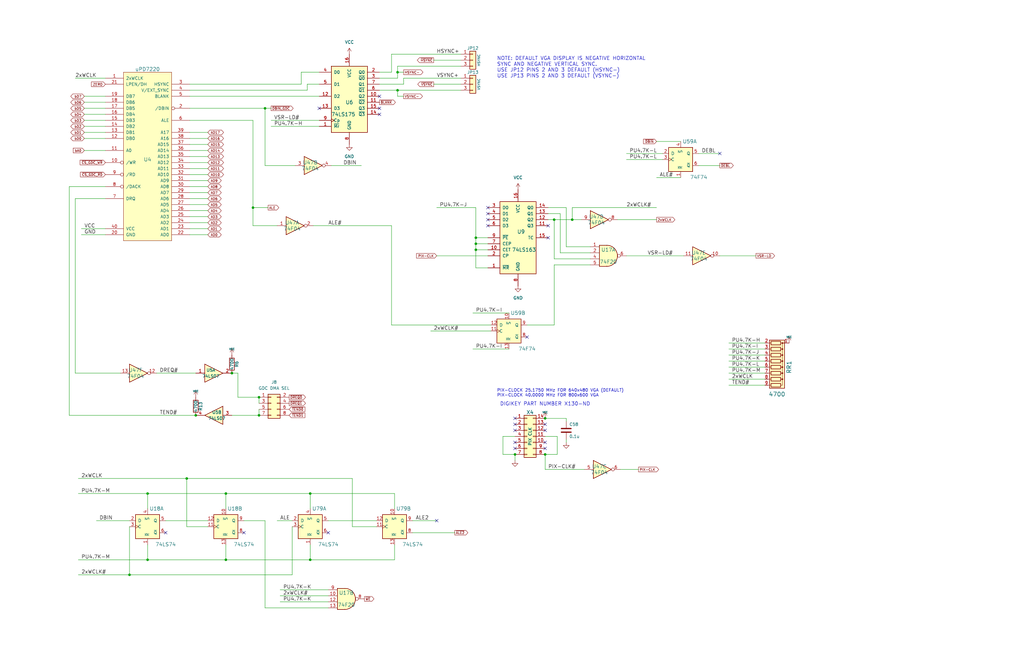
<source format=kicad_sch>
(kicad_sch (version 20211123) (generator eeschema)
  (paper "B")
  (lib_symbols
    (symbol "74xx:74LS04"
      (property "Reference" "U" (at 0 1.27 0))
      (property "Value" "74LS04" (at 0 -1.27 0))
      (symbol "74LS04_1_0"
        (pin input line (at -7.62 0 0) (length 3.81) (name "~") (number "1"))
        (pin output inverted (at 7.62 0 180) (length 3.81) (name "~") (number "2"))
      )
      (symbol "74LS04_2_0"
        (pin input line (at -7.62 0 0) (length 3.81) (name "~") (number "3"))
        (pin output inverted (at 7.62 0 180) (length 3.81) (name "~") (number "4"))
      )
      (symbol "74LS04_3_0"
        (pin input line (at -7.62 0 0) (length 3.81) (name "~") (number "5"))
        (pin output inverted (at 7.62 0 180) (length 3.81) (name "~") (number "6"))
      )
      (symbol "74LS04_4_0"
        (pin output inverted (at 7.62 0 180) (length 3.81) (name "~") (number "8"))
        (pin input line (at -7.62 0 0) (length 3.81) (name "~") (number "9"))
      )
      (symbol "74LS04_5_0"
        (pin output inverted (at 7.62 0 180) (length 3.81) (name "~") (number "10"))
        (pin input line (at -7.62 0 0) (length 3.81) (name "~") (number "11"))
      )
      (symbol "74LS04_6_0"
        (pin output inverted (at 7.62 0 180) (length 3.81) (name "~") (number "12"))
        (pin input line (at -7.62 0 0) (length 3.81) (name "~") (number "13"))
      )
      (symbol "74LS04_7_0"
        (pin power_in line (at 0 12.7 270) (length 5.08) (name "VCC") (number "14"))
        (pin power_in line (at 0 -12.7 90) (length 5.08) (name "GND") (number "7"))
      )
    )
    (symbol "74xx:74LS07" (pin_names (offset 1.016))
      (property "Reference" "U" (at 0 1.27 0))
      (property "Value" "74LS07" (at 0 -1.27 0))
      (symbol "74LS07_1_0"
        (pin input line (at -7.62 0 0) (length 3.81) (name "~") (number "1"))
        (pin open_collector line (at 7.62 0 180) (length 3.81) (name "~") (number "2"))
      )
      (symbol "74LS07_2_0"
        (pin input line (at -7.62 0 0) (length 3.81) (name "~") (number "3"))
        (pin open_collector line (at 7.62 0 180) (length 3.81) (name "~") (number "4"))
      )
      (symbol "74LS07_3_0"
        (pin input line (at -7.62 0 0) (length 3.81) (name "~") (number "5"))
        (pin open_collector line (at 7.62 0 180) (length 3.81) (name "~") (number "6"))
      )
      (symbol "74LS07_4_0"
        (pin open_collector line (at 7.62 0 180) (length 3.81) (name "~") (number "8"))
        (pin input line (at -7.62 0 0) (length 3.81) (name "~") (number "9"))
      )
      (symbol "74LS07_5_0"
        (pin open_collector line (at 7.62 0 180) (length 3.81) (name "~") (number "10"))
        (pin input line (at -7.62 0 0) (length 3.81) (name "~") (number "11"))
      )
      (symbol "74LS07_6_0"
        (pin open_collector line (at 7.62 0 180) (length 3.81) (name "~") (number "12"))
        (pin input line (at -7.62 0 0) (length 3.81) (name "~") (number "13"))
      )
      (symbol "74LS07_7_0"
        (pin power_in line (at 0 12.7 270) (length 5.08) (name "VCC") (number "14"))
        (pin power_in line (at 0 -12.7 90) (length 5.08) (name "GND") (number "7"))
      )
    )
    (symbol "74xx:74LS163" (pin_names (offset 1.016))
      (property "Reference" "U" (at -7.62 16.51 0))
      (property "Value" "74LS163" (at -7.62 -16.51 0))
      (symbol "74LS163_1_0"
        (pin input line (at -12.7 -12.7 0) (length 5.08) (name "~{MR}") (number "1"))
        (pin input line (at -12.7 -5.08 0) (length 5.08) (name "CET") (number "10"))
        (pin output line (at 12.7 5.08 180) (length 5.08) (name "Q3") (number "11"))
        (pin output line (at 12.7 7.62 180) (length 5.08) (name "Q2") (number "12"))
        (pin output line (at 12.7 10.16 180) (length 5.08) (name "Q1") (number "13"))
        (pin output line (at 12.7 12.7 180) (length 5.08) (name "Q0") (number "14"))
        (pin output line (at 12.7 0 180) (length 5.08) (name "TC") (number "15"))
        (pin power_in line (at 0 20.32 270) (length 5.08) (name "VCC") (number "16"))
        (pin input line (at -12.7 -7.62 0) (length 5.08) (name "CP") (number "2"))
        (pin input line (at -12.7 12.7 0) (length 5.08) (name "D0") (number "3"))
        (pin input line (at -12.7 10.16 0) (length 5.08) (name "D1") (number "4"))
        (pin input line (at -12.7 7.62 0) (length 5.08) (name "D2") (number "5"))
        (pin input line (at -12.7 5.08 0) (length 5.08) (name "D3") (number "6"))
        (pin input line (at -12.7 -2.54 0) (length 5.08) (name "CEP") (number "7"))
        (pin power_in line (at 0 -20.32 90) (length 5.08) (name "GND") (number "8"))
        (pin input line (at -12.7 0 0) (length 5.08) (name "~{PE}") (number "9"))
      )
    )
    (symbol "74xx:74LS175" (pin_names (offset 1.016))
      (property "Reference" "U" (at -7.62 13.97 0))
      (property "Value" "74LS175" (at -7.62 -16.51 0))
      (symbol "74LS175_1_0"
        (pin input line (at -12.7 -12.7 0) (length 5.08) (name "~{Mr}") (number "1"))
        (pin output line (at 12.7 0 180) (length 5.08) (name "Q2") (number "10"))
        (pin output line (at 12.7 -2.54 180) (length 5.08) (name "~{Q2}") (number "11"))
        (pin input line (at -12.7 0 0) (length 5.08) (name "D2") (number "12"))
        (pin input line (at -12.7 -5.08 0) (length 5.08) (name "D3") (number "13"))
        (pin output line (at 12.7 -7.62 180) (length 5.08) (name "~{Q3}") (number "14"))
        (pin output line (at 12.7 -5.08 180) (length 5.08) (name "Q3") (number "15"))
        (pin power_in line (at 0 17.78 270) (length 5.08) (name "VCC") (number "16"))
        (pin output line (at 12.7 10.16 180) (length 5.08) (name "Q0") (number "2"))
        (pin output line (at 12.7 7.62 180) (length 5.08) (name "~{Q0}") (number "3"))
        (pin input line (at -12.7 10.16 0) (length 5.08) (name "D0") (number "4"))
        (pin input line (at -12.7 5.08 0) (length 5.08) (name "D1") (number "5"))
        (pin output line (at 12.7 2.54 180) (length 5.08) (name "~{Q1}") (number "6"))
        (pin output line (at 12.7 5.08 180) (length 5.08) (name "Q1") (number "7"))
        (pin power_in line (at 0 -20.32 90) (length 5.08) (name "GND") (number "8"))
        (pin input clock (at -12.7 -10.16 0) (length 5.08) (name "Cp") (number "9"))
      )
    )
    (symbol "74xx:74LS20" (pin_names (offset 1.016))
      (property "Reference" "U" (at 0 1.27 0))
      (property "Value" "74LS20" (at 0 -1.27 0))
      (symbol "74LS20_1_1"
        (pin input line (at -7.62 3.81 0) (length 3.81) (name "~") (number "1"))
        (pin input line (at -7.62 1.27 0) (length 3.81) (name "~") (number "2"))
        (pin input line (at -7.62 -1.27 0) (length 3.81) (name "~") (number "4"))
        (pin input line (at -7.62 -3.81 0) (length 3.81) (name "~") (number "5"))
        (pin output inverted (at 7.62 0 180) (length 3.81) (name "~") (number "6"))
      )
      (symbol "74LS20_1_2"
        (pin input inverted (at -7.62 3.81 0) (length 3.81) (name "~") (number "1"))
        (pin input inverted (at -7.62 1.27 0) (length 4.826) (name "~") (number "2"))
        (pin input inverted (at -7.62 -1.27 0) (length 4.826) (name "~") (number "4"))
        (pin input inverted (at -7.62 -3.81 0) (length 3.81) (name "~") (number "5"))
        (pin output line (at 7.62 0 180) (length 3.81) (name "~") (number "6"))
      )
      (symbol "74LS20_2_1"
        (pin input line (at -7.62 1.27 0) (length 3.81) (name "~") (number "10"))
        (pin input line (at -7.62 -1.27 0) (length 3.81) (name "~") (number "12"))
        (pin input line (at -7.62 -3.81 0) (length 3.81) (name "~") (number "13"))
        (pin output inverted (at 7.62 0 180) (length 3.81) (name "~") (number "8"))
        (pin input line (at -7.62 3.81 0) (length 3.81) (name "~") (number "9"))
      )
      (symbol "74LS20_2_2"
        (pin input inverted (at -7.62 1.27 0) (length 4.826) (name "~") (number "10"))
        (pin input inverted (at -7.62 -1.27 0) (length 4.826) (name "~") (number "12"))
        (pin input inverted (at -7.62 -3.81 0) (length 3.81) (name "~") (number "13"))
        (pin output line (at 7.62 0 180) (length 3.81) (name "~") (number "8"))
        (pin input inverted (at -7.62 3.81 0) (length 3.81) (name "~") (number "9"))
      )
      (symbol "74LS20_3_0"
        (pin power_in line (at 0 12.7 270) (length 5.08) (name "VCC") (number "14"))
        (pin power_in line (at 0 -12.7 90) (length 5.08) (name "GND") (number "7"))
      )
    )
    (symbol "74xx:74LS74" (pin_names (offset 1.016))
      (property "Reference" "U" (at -7.62 8.89 0))
      (property "Value" "74LS74" (at -7.62 -8.89 0))
      (symbol "74LS74_1_0"
        (pin input line (at 0 -7.62 90) (length 2.54) (name "~{R}") (number "1"))
        (pin input line (at -7.62 2.54 0) (length 2.54) (name "D") (number "2"))
        (pin input clock (at -7.62 0 0) (length 2.54) (name "C") (number "3"))
        (pin input line (at 0 7.62 270) (length 2.54) (name "~{S}") (number "4"))
        (pin output line (at 7.62 2.54 180) (length 2.54) (name "Q") (number "5"))
        (pin output line (at 7.62 -2.54 180) (length 2.54) (name "~{Q}") (number "6"))
      )
      (symbol "74LS74_2_0"
        (pin input line (at 0 7.62 270) (length 2.54) (name "~{S}") (number "10"))
        (pin input clock (at -7.62 0 0) (length 2.54) (name "C") (number "11"))
        (pin input line (at -7.62 2.54 0) (length 2.54) (name "D") (number "12"))
        (pin input line (at 0 -7.62 90) (length 2.54) (name "~{R}") (number "13"))
        (pin output line (at 7.62 -2.54 180) (length 2.54) (name "~{Q}") (number "8"))
        (pin output line (at 7.62 2.54 180) (length 2.54) (name "Q") (number "9"))
      )
      (symbol "74LS74_3_0"
        (pin power_in line (at 0 10.16 270) (length 2.54) (name "VCC") (number "14"))
        (pin power_in line (at 0 -10.16 90) (length 2.54) (name "GND") (number "7"))
      )
    )
    (symbol "Connector_Generic:Conn_01x03" (pin_names (offset 1.016) hide)
      (property "Reference" "J" (at 0 5.08 0))
      (property "Value" "Conn_01x03" (at 0 -5.08 0))
      (symbol "Conn_01x03_1_1"
        (pin passive line (at -5.08 2.54 0) (length 3.81) (name "Pin_1") (number "1"))
        (pin passive line (at -5.08 0 0) (length 3.81) (name "Pin_2") (number "2"))
        (pin passive line (at -5.08 -2.54 0) (length 3.81) (name "Pin_3") (number "3"))
      )
    )
    (symbol "Connector_Generic:Conn_02x04_Odd_Even" (pin_names (offset 1.016) hide)
      (property "Reference" "J" (at 1.27 5.08 0))
      (property "Value" "Conn_02x04_Odd_Even" (at 1.27 -7.62 0))
      (symbol "Conn_02x04_Odd_Even_1_1"
        (pin passive line (at -5.08 2.54 0) (length 3.81) (name "Pin_1") (number "1"))
        (pin passive line (at 7.62 2.54 180) (length 3.81) (name "Pin_2") (number "2"))
        (pin passive line (at -5.08 0 0) (length 3.81) (name "Pin_3") (number "3"))
        (pin passive line (at 7.62 0 180) (length 3.81) (name "Pin_4") (number "4"))
        (pin passive line (at -5.08 -2.54 0) (length 3.81) (name "Pin_5") (number "5"))
        (pin passive line (at 7.62 -2.54 180) (length 3.81) (name "Pin_6") (number "6"))
        (pin passive line (at -5.08 -5.08 0) (length 3.81) (name "Pin_7") (number "7"))
        (pin passive line (at 7.62 -5.08 180) (length 3.81) (name "Pin_8") (number "8"))
      )
    )
    (symbol "Connector_Generic:Conn_02x07_Counter_Clockwise" (pin_names (offset 1.016) hide)
      (property "Reference" "J" (at 1.27 10.16 0))
      (property "Value" "Conn_02x07_Counter_Clockwise" (at 1.27 -10.16 0))
      (symbol "Conn_02x07_Counter_Clockwise_1_1"
        (pin passive line (at -5.08 7.62 0) (length 3.81) (name "Pin_1") (number "1"))
        (pin passive line (at 7.62 -2.54 180) (length 3.81) (name "Pin_10") (number "10"))
        (pin passive line (at 7.62 0 180) (length 3.81) (name "Pin_11") (number "11"))
        (pin passive line (at 7.62 2.54 180) (length 3.81) (name "Pin_12") (number "12"))
        (pin passive line (at 7.62 5.08 180) (length 3.81) (name "Pin_13") (number "13"))
        (pin passive line (at 7.62 7.62 180) (length 3.81) (name "Pin_14") (number "14"))
        (pin passive line (at -5.08 5.08 0) (length 3.81) (name "Pin_2") (number "2"))
        (pin passive line (at -5.08 2.54 0) (length 3.81) (name "Pin_3") (number "3"))
        (pin passive line (at -5.08 0 0) (length 3.81) (name "Pin_4") (number "4"))
        (pin passive line (at -5.08 -2.54 0) (length 3.81) (name "Pin_5") (number "5"))
        (pin passive line (at -5.08 -5.08 0) (length 3.81) (name "Pin_6") (number "6"))
        (pin passive line (at -5.08 -7.62 0) (length 3.81) (name "Pin_7") (number "7"))
        (pin passive line (at 7.62 -7.62 180) (length 3.81) (name "Pin_8") (number "8"))
        (pin passive line (at 7.62 -5.08 180) (length 3.81) (name "Pin_9") (number "9"))
      )
    )
    (symbol "Device:C" (pin_numbers hide) (pin_names (offset 0.254))
      (property "Reference" "C" (at 0.635 2.54 0))
      (property "Value" "C" (at 0.635 -2.54 0))
      (symbol "C_1_1"
        (pin passive line (at 0 3.81 270) (length 2.794) (name "~") (number "1"))
        (pin passive line (at 0 -3.81 90) (length 2.794) (name "~") (number "2"))
      )
    )
    (symbol "Device:R" (pin_numbers hide) (pin_names (offset 0))
      (property "Reference" "R" (at 2.032 0 90))
      (property "Value" "R" (at 0 0 90))
      (symbol "R_1_1"
        (pin passive line (at 0 3.81 270) (length 1.27) (name "~") (number "1"))
        (pin passive line (at 0 -3.81 90) (length 1.27) (name "~") (number "2"))
      )
    )
    (symbol "Device:R_Network08" (pin_names (offset 0) hide)
      (property "Reference" "RN" (at -12.7 0 90))
      (property "Value" "R_Network08" (at 10.16 0 90))
      (symbol "R_Network08_1_1"
        (pin passive line (at -10.16 5.08 270) (length 2.54) (name "common") (number "1"))
        (pin passive line (at -10.16 -5.08 90) (length 1.27) (name "R1") (number "2"))
        (pin passive line (at -7.62 -5.08 90) (length 1.27) (name "R2") (number "3"))
        (pin passive line (at -5.08 -5.08 90) (length 1.27) (name "R3") (number "4"))
        (pin passive line (at -2.54 -5.08 90) (length 1.27) (name "R4") (number "5"))
        (pin passive line (at 0 -5.08 90) (length 1.27) (name "R5") (number "6"))
        (pin passive line (at 2.54 -5.08 90) (length 1.27) (name "R6") (number "7"))
        (pin passive line (at 5.08 -5.08 90) (length 1.27) (name "R7") (number "8"))
        (pin passive line (at 7.62 -5.08 90) (length 1.27) (name "R8") (number "9"))
      )
    )
    (symbol "power:GND" (power) (pin_names (offset 0))
      (property "Value" "GND" (at 0 -3.81 0))
      (symbol "GND_1_1"
        (pin power_in line (at 0 0 270) (length 0) hide (name "GND") (number "1"))
      )
    )
    (symbol "power:VCC" (power) (pin_names (offset 0))
      (property "Value" "VCC" (at 0 3.81 0))
      (symbol "VCC_1_1"
        (pin power_in line (at 0 0 90) (length 0) hide (name "VCC") (number "1"))
      )
    )
    (symbol "uPD7220:UPD7220" (pin_names (offset 1.016))
      (property "Reference" "U?" (at 0 -10.16 0))
      (property "Value" "UPD7220" (at 0 27.94 0))
      (symbol "UPD7220_1_1"
        (pin input line (at -17.78 24.13 0) (length 7.62) (name "2xWCLK") (number "1"))
        (pin input inverted (at -17.78 -11.43 0) (length 7.62) (name "/WR") (number "10"))
        (pin input line (at -17.78 -6.35 0) (length 7.62) (name "A0") (number "11"))
        (pin bidirectional line (at -17.78 -1.27 0) (length 7.62) (name "DB0") (number "12"))
        (pin bidirectional line (at -17.78 1.27 0) (length 7.62) (name "DB1") (number "13"))
        (pin bidirectional line (at -17.78 3.81 0) (length 7.62) (name "DB2") (number "14"))
        (pin bidirectional line (at -17.78 6.35 0) (length 7.62) (name "DB3") (number "15"))
        (pin bidirectional line (at -17.78 8.89 0) (length 7.62) (name "DB4") (number "16"))
        (pin bidirectional line (at -17.78 11.43 0) (length 7.62) (name "DB5") (number "17"))
        (pin bidirectional line (at -17.78 13.97 0) (length 7.62) (name "DB6") (number "18"))
        (pin bidirectional line (at -17.78 16.51 0) (length 7.62) (name "DB7") (number "19"))
        (pin output inverted (at 17.78 11.43 180) (length 7.62) (name "/DBIN") (number "2"))
        (pin power_in line (at -17.78 -41.91 0) (length 7.62) (name "GND") (number "20"))
        (pin input line (at -17.78 21.59 0) (length 7.62) (name "LPEN/DH") (number "21"))
        (pin bidirectional line (at 17.78 -41.91 180) (length 7.62) (name "AD0") (number "22"))
        (pin bidirectional line (at 17.78 -39.37 180) (length 7.62) (name "AD1") (number "23"))
        (pin bidirectional line (at 17.78 -36.83 180) (length 7.62) (name "AD2") (number "24"))
        (pin bidirectional line (at 17.78 -34.29 180) (length 7.62) (name "AD3") (number "25"))
        (pin bidirectional line (at 17.78 -31.75 180) (length 7.62) (name "AD4") (number "26"))
        (pin bidirectional line (at 17.78 -29.21 180) (length 7.62) (name "AD5") (number "27"))
        (pin bidirectional line (at 17.78 -26.67 180) (length 7.62) (name "AD6") (number "28"))
        (pin bidirectional line (at 17.78 -24.13 180) (length 7.62) (name "AD7") (number "29"))
        (pin output line (at 17.78 21.59 180) (length 7.62) (name "HSYNC") (number "3"))
        (pin bidirectional line (at 17.78 -21.59 180) (length 7.62) (name "AD8") (number "30"))
        (pin bidirectional line (at 17.78 -19.05 180) (length 7.62) (name "AD9") (number "31"))
        (pin bidirectional line (at 17.78 -16.51 180) (length 7.62) (name "AD10") (number "32"))
        (pin bidirectional line (at 17.78 -13.97 180) (length 7.62) (name "AD11") (number "33"))
        (pin bidirectional line (at 17.78 -11.43 180) (length 7.62) (name "AD12") (number "34"))
        (pin bidirectional line (at 17.78 -8.89 180) (length 7.62) (name "AD13") (number "35"))
        (pin bidirectional line (at 17.78 -6.35 180) (length 7.62) (name "AD14") (number "36"))
        (pin bidirectional line (at 17.78 -3.81 180) (length 7.62) (name "AD15") (number "37"))
        (pin output line (at 17.78 -1.27 180) (length 7.62) (name "A16") (number "38"))
        (pin output line (at 17.78 1.27 180) (length 7.62) (name "A17") (number "39"))
        (pin output line (at 17.78 19.05 180) (length 7.62) (name "V/EXT_SYNC") (number "4"))
        (pin power_in line (at -17.78 -39.37 0) (length 7.62) (name "VCC") (number "40"))
        (pin output line (at 17.78 16.51 180) (length 7.62) (name "BLANK") (number "5"))
        (pin output line (at 17.78 6.35 180) (length 7.62) (name "ALE") (number "6"))
        (pin output line (at -17.78 -26.67 0) (length 7.62) (name "DRQ") (number "7"))
        (pin input inverted (at -17.78 -21.59 0) (length 7.62) (name "/DACK") (number "8"))
        (pin input inverted (at -17.78 -16.51 0) (length 7.62) (name "/RD") (number "9"))
      )
    )
  )
  (junction (at 109.22 167.64))
  (junction (at 200.66 102.87))
  (junction (at 111.76 45.72))
  (junction (at 62.23 236.22))
  (junction (at 217.17 191.77))
  (junction (at 241.3 92.71))
  (junction (at 167.64 30.48))
  (junction (at 54.61 242.57))
  (junction (at 130.81 208.28))
  (junction (at 229.87 176.53))
  (junction (at 62.23 208.28))
  (junction (at 97.79 157.48))
  (junction (at 95.25 236.22))
  (junction (at 233.68 92.71))
  (junction (at 78.74 201.93))
  (junction (at 109.22 175.26))
  (junction (at 82.55 175.26))
  (junction (at 130.81 236.22))
  (junction (at 106.68 87.63))
  (junction (at 167.64 38.1))
  (junction (at 229.87 191.77))
  (junction (at 200.66 100.33))
  (junction (at 200.66 105.41))
  (junction (at 95.25 208.28))
  (no_connect (at 231.14 95.25))
  (no_connect (at 205.74 87.63))
  (no_connect (at 217.17 189.23))
  (no_connect (at 229.87 179.07))
  (no_connect (at 229.87 181.61))
  (no_connect (at 205.74 92.71))
  (no_connect (at 229.87 186.69))
  (no_connect (at 160.02 48.26))
  (no_connect (at 205.74 90.17))
  (no_connect (at 102.87 224.79))
  (no_connect (at 217.17 179.07))
  (no_connect (at 184.15 219.71))
  (no_connect (at 217.17 176.53))
  (no_connect (at 229.87 189.23))
  (no_connect (at 138.43 224.79))
  (no_connect (at 303.53 64.77))
  (no_connect (at 217.17 186.69))
  (no_connect (at 231.14 100.33))
  (no_connect (at 160.02 40.64))
  (no_connect (at 160.02 45.72))
  (no_connect (at 217.17 181.61))
  (no_connect (at 134.62 45.72))
  (no_connect (at 205.74 95.25))
  (no_connect (at 222.25 142.24))
  (no_connect (at 69.85 224.79))
  (wire (pts (xy 80.01 66.04) (xy 87.63 66.04)))
  (wire (pts (xy 238.76 176.53) (xy 238.76 177.8)))
  (wire (pts (xy 205.74 105.41) (xy 200.66 105.41)))
  (wire (pts (xy 118.11 251.46) (xy 138.43 251.46)))
  (wire (pts (xy 31.75 33.02) (xy 44.45 33.02)))
  (wire (pts (xy 233.68 109.22) (xy 248.92 109.22)))
  (wire (pts (xy 80.01 40.64) (xy 134.62 40.64)))
  (wire (pts (xy 35.56 45.72) (xy 44.45 45.72)))
  (wire (pts (xy 238.76 104.14) (xy 248.92 104.14)))
  (wire (pts (xy 260.35 92.71) (xy 276.86 92.71)))
  (wire (pts (xy 238.76 87.63) (xy 238.76 104.14)))
  (wire (pts (xy 212.09 184.15) (xy 212.09 191.77)))
  (wire (pts (xy 307.34 149.86) (xy 322.58 149.86)))
  (wire (pts (xy 287.02 74.93) (xy 276.86 74.93)))
  (wire (pts (xy 130.81 208.28) (xy 130.81 214.63)))
  (wire (pts (xy 62.23 208.28) (xy 62.23 214.63)))
  (wire (pts (xy 80.01 35.56) (xy 127 35.56)))
  (wire (pts (xy 127 30.48) (xy 134.62 30.48)))
  (wire (pts (xy 139.7 69.85) (xy 152.4 69.85)))
  (wire (pts (xy 78.74 222.25) (xy 78.74 201.93)))
  (wire (pts (xy 100.33 167.64) (xy 109.22 167.64)))
  (wire (pts (xy 100.33 157.48) (xy 100.33 167.64)))
  (wire (pts (xy 80.01 71.12) (xy 87.63 71.12)))
  (wire (pts (xy 106.68 95.25) (xy 116.84 95.25)))
  (wire (pts (xy 166.37 208.28) (xy 166.37 214.63)))
  (wire (pts (xy 165.1 22.86) (xy 165.1 30.48)))
  (wire (pts (xy 80.01 73.66) (xy 87.63 73.66)))
  (wire (pts (xy 80.01 55.88) (xy 87.63 55.88)))
  (wire (pts (xy 217.17 194.31) (xy 217.17 191.77)))
  (wire (pts (xy 44.45 63.5) (xy 35.56 63.5)))
  (wire (pts (xy 307.34 154.94) (xy 322.58 154.94)))
  (wire (pts (xy 233.68 92.71) (xy 231.14 92.71)))
  (wire (pts (xy 111.76 69.85) (xy 124.46 69.85)))
  (wire (pts (xy 35.56 55.88) (xy 44.45 55.88)))
  (wire (pts (xy 212.09 191.77) (xy 217.17 191.77)))
  (wire (pts (xy 114.3 53.34) (xy 134.62 53.34)))
  (wire (pts (xy 234.95 191.77) (xy 229.87 191.77)))
  (wire (pts (xy 167.64 38.1) (xy 167.64 40.64)))
  (wire (pts (xy 132.08 95.25) (xy 165.1 95.25)))
  (wire (pts (xy 33.02 236.22) (xy 62.23 236.22)))
  (wire (pts (xy 200.66 102.87) (xy 200.66 100.33)))
  (wire (pts (xy 307.34 157.48) (xy 322.58 157.48)))
  (wire (pts (xy 95.25 208.28) (xy 130.81 208.28)))
  (wire (pts (xy 222.25 137.16) (xy 233.68 137.16)))
  (wire (pts (xy 200.66 102.87) (xy 205.74 102.87)))
  (wire (pts (xy 35.56 48.26) (xy 44.45 48.26)))
  (wire (pts (xy 160.02 35.56) (xy 170.18 35.56)))
  (wire (pts (xy 106.68 87.63) (xy 106.68 50.8)))
  (wire (pts (xy 80.01 88.9) (xy 87.63 88.9)))
  (wire (pts (xy 287.02 59.69) (xy 276.86 59.69)))
  (wire (pts (xy 95.25 229.87) (xy 95.25 236.22)))
  (wire (pts (xy 80.01 81.28) (xy 87.63 81.28)))
  (wire (pts (xy 78.74 222.25) (xy 87.63 222.25)))
  (wire (pts (xy 167.64 38.1) (xy 194.31 38.1)))
  (wire (pts (xy 130.81 208.28) (xy 166.37 208.28)))
  (wire (pts (xy 80.01 78.74) (xy 87.63 78.74)))
  (wire (pts (xy 80.01 93.98) (xy 87.63 93.98)))
  (wire (pts (xy 181.61 139.7) (xy 207.01 139.7)))
  (wire (pts (xy 241.3 92.71) (xy 233.68 92.71)))
  (wire (pts (xy 123.19 222.25) (xy 123.19 242.57)))
  (wire (pts (xy 69.85 219.71) (xy 87.63 219.71)))
  (wire (pts (xy 116.84 219.71) (xy 123.19 219.71)))
  (wire (pts (xy 200.66 105.41) (xy 200.66 102.87)))
  (wire (pts (xy 35.56 43.18) (xy 44.45 43.18)))
  (wire (pts (xy 80.01 76.2) (xy 87.63 76.2)))
  (wire (pts (xy 40.64 219.71) (xy 54.61 219.71)))
  (wire (pts (xy 35.56 53.34) (xy 44.45 53.34)))
  (wire (pts (xy 62.23 236.22) (xy 95.25 236.22)))
  (wire (pts (xy 307.34 162.56) (xy 322.58 162.56)))
  (wire (pts (xy 264.16 107.95) (xy 288.29 107.95)))
  (wire (pts (xy 80.01 68.58) (xy 87.63 68.58)))
  (wire (pts (xy 44.45 96.52) (xy 34.29 96.52)))
  (wire (pts (xy 236.22 90.17) (xy 236.22 106.68)))
  (wire (pts (xy 160.02 33.02) (xy 167.64 33.02)))
  (wire (pts (xy 264.16 67.31) (xy 279.4 67.31)))
  (wire (pts (xy 294.64 64.77) (xy 303.53 64.77)))
  (wire (pts (xy 29.21 78.74) (xy 44.45 78.74)))
  (wire (pts (xy 173.99 224.79) (xy 191.77 224.79)))
  (wire (pts (xy 95.25 208.28) (xy 95.25 214.63)))
  (wire (pts (xy 307.34 147.32) (xy 322.58 147.32)))
  (wire (pts (xy 113.03 87.63) (xy 106.68 87.63)))
  (wire (pts (xy 200.66 113.03) (xy 200.66 105.41)))
  (wire (pts (xy 184.15 219.71) (xy 173.99 219.71)))
  (wire (pts (xy 80.01 45.72) (xy 111.76 45.72)))
  (wire (pts (xy 54.61 242.57) (xy 123.19 242.57)))
  (wire (pts (xy 114.3 50.8) (xy 134.62 50.8)))
  (wire (pts (xy 111.76 45.72) (xy 114.3 45.72)))
  (wire (pts (xy 95.25 236.22) (xy 130.81 236.22)))
  (wire (pts (xy 54.61 242.57) (xy 33.02 242.57)))
  (wire (pts (xy 276.86 87.63) (xy 241.3 87.63)))
  (wire (pts (xy 111.76 256.54) (xy 138.43 256.54)))
  (wire (pts (xy 109.22 167.64) (xy 109.22 170.18)))
  (wire (pts (xy 66.04 157.48) (xy 82.55 157.48)))
  (wire (pts (xy 31.75 83.82) (xy 44.45 83.82)))
  (wire (pts (xy 205.74 107.95) (xy 184.15 107.95)))
  (wire (pts (xy 236.22 106.68) (xy 248.92 106.68)))
  (wire (pts (xy 167.64 27.94) (xy 194.31 27.94)))
  (wire (pts (xy 160.02 38.1) (xy 167.64 38.1)))
  (wire (pts (xy 97.79 157.48) (xy 100.33 157.48)))
  (wire (pts (xy 62.23 208.28) (xy 95.25 208.28)))
  (wire (pts (xy 167.64 40.64) (xy 170.18 40.64)))
  (wire (pts (xy 78.74 201.93) (xy 148.59 201.93)))
  (wire (pts (xy 127 35.56) (xy 127 30.48)))
  (wire (pts (xy 170.18 33.02) (xy 194.31 33.02)))
  (wire (pts (xy 138.43 219.71) (xy 158.75 219.71)))
  (wire (pts (xy 165.1 137.16) (xy 207.01 137.16)))
  (wire (pts (xy 44.45 99.06) (xy 34.29 99.06)))
  (wire (pts (xy 194.31 35.56) (xy 182.88 35.56)))
  (wire (pts (xy 111.76 45.72) (xy 111.76 69.85)))
  (wire (pts (xy 130.81 236.22) (xy 166.37 236.22)))
  (wire (pts (xy 231.14 90.17) (xy 236.22 90.17)))
  (wire (pts (xy 241.3 87.63) (xy 241.3 92.71)))
  (wire (pts (xy 307.34 152.4) (xy 322.58 152.4)))
  (wire (pts (xy 234.95 184.15) (xy 234.95 191.77)))
  (wire (pts (xy 80.01 99.06) (xy 87.63 99.06)))
  (wire (pts (xy 29.21 175.26) (xy 82.55 175.26)))
  (wire (pts (xy 29.21 78.74) (xy 29.21 175.26)))
  (wire (pts (xy 238.76 185.42) (xy 238.76 186.69)))
  (wire (pts (xy 80.01 91.44) (xy 87.63 91.44)))
  (wire (pts (xy 106.68 95.25) (xy 106.68 87.63)))
  (wire (pts (xy 106.68 50.8) (xy 80.01 50.8)))
  (wire (pts (xy 80.01 58.42) (xy 87.63 58.42)))
  (wire (pts (xy 229.87 184.15) (xy 234.95 184.15)))
  (wire (pts (xy 167.64 30.48) (xy 167.64 27.94)))
  (wire (pts (xy 233.68 137.16) (xy 233.68 111.76)))
  (wire (pts (xy 118.11 248.92) (xy 138.43 248.92)))
  (wire (pts (xy 80.01 83.82) (xy 87.63 83.82)))
  (wire (pts (xy 33.02 208.28) (xy 62.23 208.28)))
  (wire (pts (xy 205.74 113.03) (xy 200.66 113.03)))
  (wire (pts (xy 303.53 107.95) (xy 318.77 107.95)))
  (wire (pts (xy 200.66 87.63) (xy 184.15 87.63)))
  (wire (pts (xy 130.81 229.87) (xy 130.81 236.22)))
  (wire (pts (xy 229.87 198.12) (xy 246.38 198.12)))
  (wire (pts (xy 129.54 35.56) (xy 134.62 35.56)))
  (wire (pts (xy 217.17 184.15) (xy 212.09 184.15)))
  (wire (pts (xy 264.16 64.77) (xy 279.4 64.77)))
  (wire (pts (xy 97.79 175.26) (xy 109.22 175.26)))
  (wire (pts (xy 160.02 30.48) (xy 165.1 30.48)))
  (wire (pts (xy 233.68 92.71) (xy 233.68 109.22)))
  (wire (pts (xy 148.59 222.25) (xy 158.75 222.25)))
  (wire (pts (xy 167.64 30.48) (xy 170.18 30.48)))
  (wire (pts (xy 166.37 229.87) (xy 166.37 236.22)))
  (wire (pts (xy 307.34 144.78) (xy 322.58 144.78)))
  (wire (pts (xy 54.61 222.25) (xy 54.61 242.57)))
  (wire (pts (xy 194.31 22.86) (xy 165.1 22.86)))
  (wire (pts (xy 238.76 176.53) (xy 229.87 176.53)))
  (wire (pts (xy 35.56 50.8) (xy 44.45 50.8)))
  (wire (pts (xy 102.87 219.71) (xy 111.76 219.71)))
  (wire (pts (xy 148.59 201.93) (xy 148.59 222.25)))
  (wire (pts (xy 231.14 87.63) (xy 238.76 87.63)))
  (wire (pts (xy 200.66 100.33) (xy 200.66 87.63)))
  (wire (pts (xy 31.75 83.82) (xy 31.75 157.48)))
  (wire (pts (xy 214.63 147.32) (xy 199.39 147.32)))
  (wire (pts (xy 80.01 63.5) (xy 87.63 63.5)))
  (wire (pts (xy 35.56 58.42) (xy 44.45 58.42)))
  (wire (pts (xy 129.54 38.1) (xy 129.54 35.56)))
  (wire (pts (xy 261.62 198.12) (xy 269.24 198.12)))
  (wire (pts (xy 80.01 60.96) (xy 87.63 60.96)))
  (wire (pts (xy 241.3 92.71) (xy 245.11 92.71)))
  (wire (pts (xy 118.11 254) (xy 138.43 254)))
  (wire (pts (xy 165.1 137.16) (xy 165.1 95.25)))
  (wire (pts (xy 233.68 111.76) (xy 248.92 111.76)))
  (wire (pts (xy 111.76 219.71) (xy 111.76 256.54)))
  (wire (pts (xy 80.01 38.1) (xy 129.54 38.1)))
  (wire (pts (xy 62.23 229.87) (xy 62.23 236.22)))
  (wire (pts (xy 294.64 69.85) (xy 303.53 69.85)))
  (wire (pts (xy 80.01 96.52) (xy 87.63 96.52)))
  (wire (pts (xy 205.74 100.33) (xy 200.66 100.33)))
  (wire (pts (xy 194.31 25.4) (xy 182.88 25.4)))
  (wire (pts (xy 31.75 157.48) (xy 50.8 157.48)))
  (wire (pts (xy 307.34 160.02) (xy 322.58 160.02)))
  (wire (pts (xy 33.02 201.93) (xy 78.74 201.93)))
  (wire (pts (xy 167.64 33.02) (xy 167.64 30.48)))
  (wire (pts (xy 80.01 86.36) (xy 87.63 86.36)))
  (wire (pts (xy 35.56 40.64) (xy 44.45 40.64)))
  (wire (pts (xy 229.87 191.77) (xy 229.87 198.12)))
  (wire (pts (xy 214.63 132.08) (xy 199.39 132.08)))
  (wire (pts (xy 109.22 172.72) (xy 109.22 175.26)))
  (wire (pts (xy 170.18 35.56) (xy 170.18 33.02)))
  (text "NOTE: DEFAULT VGA DISPLAY IS NEGATIVE HORIZONTAL \nSYNC AND NEGATIVE VERTICAL SYNC.\nUSE JP12 PINS 2 AND 3 DEFAULT (HSYNC-)\nUSE JP13 PINS 2 AND 3 DEFAULT (VSYNC-)" (at 209.55 33.02 0) (effects (font (size 1.524 1.524)) (justify left bottom)))
  (text "DIGIKEY PART NUMBER X130-ND" (at 210.82 171.45 0) (effects (font (size 1.524 1.524)) (justify left bottom)))
  (text "PIX-CLOCK 25.1750 MHz FOR 640x480 VGA (DEFAULT)\nPIX-CLOCK 40.0000 MHz FOR 800x600 VGA" (at 209.55 167.64 0) (effects (font (size 1.27 1.27)) (justify left bottom)))
  (label "ALE#" (at 138.43 95.25 0) (effects (font (size 1.524 1.524))))
  (label "GND" (at 35.56 99.06 0) (effects (font (size 1.524 1.524))))
  (label "2xWCLK#" (at 264.16 87.63 0) (effects (font (size 1.524 1.524))))
  (label "ALE#" (at 278.13 74.93 0) (effects (font (size 1.524 1.524))))
  (label "VSR-LD#" (at 115.57 50.8 0) (effects (font (size 1.524 1.524))))
  (label "PU4.7K-L" (at 265.43 67.31 0) (effects (font (size 1.524 1.524))))
  (label "PU4.7K-I" (at 308.61 147.32 0) (effects (font (size 1.524 1.524))))
  (label "PU4.7K-M" (at 34.29 236.22 0) (effects (font (size 1.524 1.524))))
  (label "HSYNC+" (at 184.15 22.86 0) (effects (font (size 1.524 1.524))))
  (label "2xWCLK" (at 308.61 160.02 0) (effects (font (size 1.524 1.524))))
  (label "DBIN" (at 41.91 219.71 0) (effects (font (size 1.524 1.524))))
  (label "PU4.7K-M" (at 34.29 208.28 0) (effects (font (size 1.524 1.524))))
  (label "PU4.7K-I" (at 200.66 147.32 0) (effects (font (size 1.524 1.524))))
  (label "ALE2" (at 175.26 219.71 0) (effects (font (size 1.524 1.524))))
  (label "PU4.7K-H" (at 308.61 144.78 0) (effects (font (size 1.524 1.524))))
  (label "PU4.7K-K" (at 119.38 248.92 0) (effects (font (size 1.524 1.524))))
  (label "PU4.7K-K" (at 308.61 152.4 0) (effects (font (size 1.524 1.524))))
  (label "2xWCLK" (at 34.29 201.93 0) (effects (font (size 1.524 1.524))))
  (label "VCC" (at 35.56 96.52 0) (effects (font (size 1.524 1.524))))
  (label "DEBL" (at 295.91 64.77 0) (effects (font (size 1.524 1.524))))
  (label "2xWCLK#" (at 119.38 251.46 0) (effects (font (size 1.524 1.524))))
  (label "TEND#" (at 308.61 162.56 0) (effects (font (size 1.524 1.524))))
  (label "PU4.7K-M" (at 308.61 157.48 0) (effects (font (size 1.524 1.524))))
  (label "PU4.7K-L" (at 265.43 64.77 0) (effects (font (size 1.524 1.524))))
  (label "ALE" (at 118.11 219.71 0) (effects (font (size 1.524 1.524))))
  (label "VSR-LD#" (at 273.05 107.95 0) (effects (font (size 1.524 1.524))))
  (label "DBIN" (at 144.78 69.85 0) (effects (font (size 1.524 1.524))))
  (label "2xWCLK" (at 31.75 33.02 0) (effects (font (size 1.524 1.524))))
  (label "VSYNC+" (at 184.15 33.02 0) (effects (font (size 1.524 1.524))))
  (label "PU4.7K-L" (at 308.61 154.94 0) (effects (font (size 1.524 1.524))))
  (label "PU4.7K-I" (at 200.66 132.08 0) (effects (font (size 1.524 1.524))))
  (label "PU4.7K-J" (at 185.42 87.63 0) (effects (font (size 1.524 1.524))))
  (label "PU4.7K-J" (at 308.61 149.86 0) (effects (font (size 1.524 1.524))))
  (label "2xWCLK#" (at 34.29 242.57 0) (effects (font (size 1.524 1.524))))
  (label "DREQ#" (at 67.31 157.48 0) (effects (font (size 1.524 1.524))))
  (label "2xWCLK#" (at 182.88 139.7 0) (effects (font (size 1.524 1.524))))
  (label "TEND#" (at 67.31 175.26 0) (effects (font (size 1.524 1.524))))
  (label "PU4.7K-H" (at 115.57 53.34 0) (effects (font (size 1.524 1.524))))
  (label "PIX-CLK#" (at 231.14 198.12 0) (effects (font (size 1.524 1.524))))
  (label "PU4.7K-K" (at 119.38 254 0) (effects (font (size 1.524 1.524))))
  (global_label "AD1" (shape bidirectional) (at 87.63 96.52 0) (effects (font (size 1.016 1.016))) (property "Intersheet References" "${INTERSHEET_REFS}" (effects hide)))
  (global_label "ZERO" (shape input) (at 44.45 35.56 180) (effects (font (size 1.016 1.016))) (property "Intersheet References" "${INTERSHEET_REFS}" (effects hide)))
  (global_label "bD1" (shape bidirectional) (at 35.56 55.88 180) (effects (font (size 1.016 1.016))) (property "Intersheet References" "${INTERSHEET_REFS}" (effects hide)))
  (global_label "AD10" (shape bidirectional) (at 87.63 73.66 0) (effects (font (size 1.016 1.016))) (property "Intersheet References" "${INTERSHEET_REFS}" (effects hide)))
  (global_label "bD3" (shape bidirectional) (at 35.56 50.8 180) (effects (font (size 1.016 1.016))) (property "Intersheet References" "${INTERSHEET_REFS}" (effects hide)))
  (global_label "AD11" (shape bidirectional) (at 87.63 71.12 0) (effects (font (size 1.016 1.016))) (property "Intersheet References" "${INTERSHEET_REFS}" (effects hide)))
  (global_label "AD5" (shape bidirectional) (at 87.63 86.36 0) (effects (font (size 1.016 1.016))) (property "Intersheet References" "${INTERSHEET_REFS}" (effects hide)))
  (global_label "AD2" (shape bidirectional) (at 87.63 93.98 0) (effects (font (size 1.016 1.016))) (property "Intersheet References" "${INTERSHEET_REFS}" (effects hide)))
  (global_label "bD2" (shape bidirectional) (at 35.56 53.34 180) (effects (font (size 1.016 1.016))) (property "Intersheet References" "${INTERSHEET_REFS}" (effects hide)))
  (global_label "AD8" (shape bidirectional) (at 87.63 78.74 0) (effects (font (size 1.016 1.016))) (property "Intersheet References" "${INTERSHEET_REFS}" (effects hide)))
  (global_label "VSYNC-" (shape output) (at 170.18 40.64 0) (effects (font (size 1.016 1.016))) (property "Intersheet References" "${INTERSHEET_REFS}" (effects hide)))
  (global_label "bD4" (shape bidirectional) (at 35.56 48.26 180) (effects (font (size 1.016 1.016))) (property "Intersheet References" "${INTERSHEET_REFS}" (effects hide)))
  (global_label "2xWCLK" (shape output) (at 276.86 92.71 0) (effects (font (size 1.016 1.016))) (property "Intersheet References" "${INTERSHEET_REFS}" (effects hide)))
  (global_label "HSYNC-" (shape output) (at 170.18 30.48 0) (effects (font (size 1.016 1.016))) (property "Intersheet References" "${INTERSHEET_REFS}" (effects hide)))
  (global_label "AD13" (shape bidirectional) (at 87.63 66.04 0) (effects (font (size 1.016 1.016))) (property "Intersheet References" "${INTERSHEET_REFS}" (effects hide)))
  (global_label "~{DREQ1}" (shape output) (at 121.92 170.18 0) (effects (font (size 1.016 1.016))) (property "Intersheet References" "${INTERSHEET_REFS}" (effects hide)))
  (global_label "bD6" (shape bidirectional) (at 35.56 43.18 180) (effects (font (size 1.016 1.016))) (property "Intersheet References" "${INTERSHEET_REFS}" (effects hide)))
  (global_label "VSR-LD" (shape output) (at 318.77 107.95 0) (effects (font (size 1.016 1.016))) (property "Intersheet References" "${INTERSHEET_REFS}" (effects hide)))
  (global_label "~{DBIN}" (shape input) (at 276.86 59.69 180) (effects (font (size 1.016 1.016))) (property "Intersheet References" "${INTERSHEET_REFS}" (effects hide)))
  (global_label "~{WE}" (shape output) (at 153.67 252.73 0) (effects (font (size 1.016 1.016))) (property "Intersheet References" "${INTERSHEET_REFS}" (effects hide)))
  (global_label "~{TEND0}" (shape input) (at 121.92 172.72 0) (effects (font (size 1.016 1.016))) (property "Intersheet References" "${INTERSHEET_REFS}" (effects hide)))
  (global_label "~{DREQ0}" (shape output) (at 121.92 167.64 0) (effects (font (size 1.016 1.016))) (property "Intersheet References" "${INTERSHEET_REFS}" (effects hide)))
  (global_label "PIX-CLK" (shape output) (at 269.24 198.12 0) (effects (font (size 1.016 1.016))) (property "Intersheet References" "${INTERSHEET_REFS}" (effects hide)))
  (global_label "ALE" (shape output) (at 113.03 87.63 0) (effects (font (size 1.016 1.016))) (property "Intersheet References" "${INTERSHEET_REFS}" (effects hide)))
  (global_label "~{HSYNC}" (shape output) (at 182.88 25.4 180) (effects (font (size 1.016 1.016))) (property "Intersheet References" "${INTERSHEET_REFS}" (effects hide)))
  (global_label "AD12" (shape bidirectional) (at 87.63 68.58 0) (effects (font (size 1.016 1.016))) (property "Intersheet References" "${INTERSHEET_REFS}" (effects hide)))
  (global_label "AD17" (shape bidirectional) (at 87.63 55.88 0) (effects (font (size 1.016 1.016))) (property "Intersheet References" "${INTERSHEET_REFS}" (effects hide)))
  (global_label "~{ALE2}" (shape output) (at 191.77 224.79 0) (effects (font (size 1.016 1.016))) (property "Intersheet References" "${INTERSHEET_REFS}" (effects hide)))
  (global_label "bD5" (shape bidirectional) (at 35.56 45.72 180) (effects (font (size 1.016 1.016))) (property "Intersheet References" "${INTERSHEET_REFS}" (effects hide)))
  (global_label "bD7" (shape bidirectional) (at 35.56 40.64 180) (effects (font (size 1.016 1.016))) (property "Intersheet References" "${INTERSHEET_REFS}" (effects hide)))
  (global_label "~{CS_GDC_WR}" (shape input) (at 44.45 68.58 180) (effects (font (size 1.016 1.016))) (property "Intersheet References" "${INTERSHEET_REFS}" (effects hide)))
  (global_label "~{DEBL}" (shape output) (at 303.53 69.85 0) (effects (font (size 1.016 1.016))) (property "Intersheet References" "${INTERSHEET_REFS}" (effects hide)))
  (global_label "~{DBIN_GDC}" (shape output) (at 114.3 45.72 0) (effects (font (size 1.016 1.016))) (property "Intersheet References" "${INTERSHEET_REFS}" (effects hide)))
  (global_label "AD14" (shape bidirectional) (at 87.63 63.5 0) (effects (font (size 1.016 1.016))) (property "Intersheet References" "${INTERSHEET_REFS}" (effects hide)))
  (global_label "PIX-CLK" (shape input) (at 184.15 107.95 180) (effects (font (size 1.016 1.016))) (property "Intersheet References" "${INTERSHEET_REFS}" (effects hide)))
  (global_label "~{BLANK}" (shape output) (at 160.02 43.18 0) (effects (font (size 1.016 1.016))) (property "Intersheet References" "${INTERSHEET_REFS}" (effects hide)))
  (global_label "AD6" (shape bidirectional) (at 87.63 83.82 0) (effects (font (size 1.016 1.016))) (property "Intersheet References" "${INTERSHEET_REFS}" (effects hide)))
  (global_label "~{TEND1}" (shape input) (at 121.92 175.26 0) (effects (font (size 1.016 1.016))) (property "Intersheet References" "${INTERSHEET_REFS}" (effects hide)))
  (global_label "AD0" (shape bidirectional) (at 87.63 99.06 0) (effects (font (size 1.016 1.016))) (property "Intersheet References" "${INTERSHEET_REFS}" (effects hide)))
  (global_label "AD3" (shape bidirectional) (at 87.63 91.44 0) (effects (font (size 1.016 1.016))) (property "Intersheet References" "${INTERSHEET_REFS}" (effects hide)))
  (global_label "AD4" (shape bidirectional) (at 87.63 88.9 0) (effects (font (size 1.016 1.016))) (property "Intersheet References" "${INTERSHEET_REFS}" (effects hide)))
  (global_label "AD7" (shape bidirectional) (at 87.63 81.28 0) (effects (font (size 1.016 1.016))) (property "Intersheet References" "${INTERSHEET_REFS}" (effects hide)))
  (global_label "~{CS_GDC_RD}" (shape input) (at 44.45 73.66 180) (effects (font (size 1.016 1.016))) (property "Intersheet References" "${INTERSHEET_REFS}" (effects hide)))
  (global_label "bA0" (shape input) (at 35.56 63.5 180) (effects (font (size 1.016 1.016))) (property "Intersheet References" "${INTERSHEET_REFS}" (effects hide)))
  (global_label "AD15" (shape bidirectional) (at 87.63 60.96 0) (effects (font (size 1.016 1.016))) (property "Intersheet References" "${INTERSHEET_REFS}" (effects hide)))
  (global_label "bD0" (shape bidirectional) (at 35.56 58.42 180) (effects (font (size 1.016 1.016))) (property "Intersheet References" "${INTERSHEET_REFS}" (effects hide)))
  (global_label "AD9" (shape bidirectional) (at 87.63 76.2 0) (effects (font (size 1.016 1.016))) (property "Intersheet References" "${INTERSHEET_REFS}" (effects hide)))
  (global_label "AD16" (shape bidirectional) (at 87.63 58.42 0) (effects (font (size 1.016 1.016))) (property "Intersheet References" "${INTERSHEET_REFS}" (effects hide)))
  (global_label "~{VSYNC}" (shape output) (at 182.88 35.56 180) (effects (font (size 1.016 1.016))) (property "Intersheet References" "${INTERSHEET_REFS}" (effects hide)))
  (symbol (lib_id "Device:R_Network08") (at 327.66 154.94 270) (unit 1)
    (property "Reference" "RR1" (at 332.74 154.94 0) (effects (font (size 1.778 1.778))))
    (property "Value" "4700" (at 327.66 166.37 90) (effects (font (size 1.778 1.778))))
    (property "Footprint" "Resistor_THT:R_Array_SIP9" (effects hide))
    (property "Datasheet" "http://www.vishay.com/docs/31509/csc.pdf" (effects hide))
  )
  (symbol (lib_id "power:VCC") (at 332.74 144.78 0) (unit 1)
    (property "Reference" "#PWR018" (effects hide))
    (property "Value" "VCC" (at 332.74 142.24 0) (effects (font (size 0.762 0.762))))
  )
  (symbol (lib_id "74xx:74LS74") (at 95.25 222.25 0) (unit 2)
    (property "Reference" "U18" (at 99.06 214.63 0) (effects (font (size 1.524 1.524))))
    (property "Value" "74LS74" (at 102.87 229.743 0) (effects (font (size 1.524 1.524))))
    (property "Footprint" "Package_DIP:DIP-14_W7.62mm" (effects hide))
    (property "Datasheet" "74xx/74hc_hct74.pdf" (effects hide))
  )
  (symbol (lib_id "74xx:74LS74") (at 62.23 222.25 0) (unit 1)
    (property "Reference" "U18" (at 66.04 214.63 0) (effects (font (size 1.524 1.524))))
    (property "Value" "74LS74" (at 69.85 229.743 0) (effects (font (size 1.524 1.524))))
    (property "Footprint" "Package_DIP:DIP-14_W7.62mm" (effects hide))
    (property "Datasheet" "74xx/74hc_hct74.pdf" (effects hide))
  )
  (symbol (lib_id "74xx:74LS74") (at 287.02 67.31 0) (unit 1)
    (property "Reference" "U59" (at 290.83 59.69 0) (effects (font (size 1.524 1.524))))
    (property "Value" "74F74" (at 294.64 74.803 0) (effects (font (size 1.524 1.524))))
    (property "Footprint" "Package_DIP:DIP-14_W7.62mm" (effects hide))
    (property "Datasheet" "74xx/74hc_hct74.pdf" (effects hide))
  )
  (symbol (lib_id "74xx:74LS04") (at 295.91 107.95 0) (unit 5)
    (property "Reference" "U47" (at 294.64 106.68 0) (effects (font (size 1.524 1.524))))
    (property "Value" "74F04" (at 294.64 109.22 0) (effects (font (size 1.524 1.524))))
    (property "Footprint" "Package_DIP:DIP-14_W7.62mm" (effects hide))
    (property "Datasheet" "http://www.ti.com/lit/gpn/sn74LS04" (effects hide))
  )
  (symbol (lib_id "74xx:74LS20") (at 256.54 107.95 0) (unit 1)
    (property "Reference" "U17" (at 256.54 105.41 0) (effects (font (size 1.524 1.524))))
    (property "Value" "74F20" (at 256.54 110.49 0) (effects (font (size 1.524 1.524))))
    (property "Footprint" "Package_DIP:DIP-14_W7.62mm" (effects hide))
    (property "Datasheet" "http://www.ti.com/lit/gpn/sn74LS20" (effects hide))
  )
  (symbol (lib_id "74xx:74LS04") (at 252.73 92.71 0) (unit 4)
    (property "Reference" "U47" (at 251.46 91.44 0) (effects (font (size 1.524 1.524))))
    (property "Value" "74F04" (at 251.46 93.98 0) (effects (font (size 1.524 1.524))))
    (property "Footprint" "Package_DIP:DIP-14_W7.62mm" (effects hide))
    (property "Datasheet" "http://www.ti.com/lit/gpn/sn74LS04" (effects hide))
  )
  (symbol (lib_id "74xx:74LS163") (at 218.44 100.33 0) (unit 1)
    (property "Reference" "U9" (at 219.71 97.79 0) (effects (font (size 1.524 1.524))))
    (property "Value" "74LS163" (at 220.98 105.41 0) (effects (font (size 1.524 1.524))))
    (property "Footprint" "Package_DIP:DIP-16_W7.62mm" (effects hide))
    (property "Datasheet" "http://www.ti.com/lit/gpn/sn74LS163" (effects hide))
  )
  (symbol (lib_id "74xx:74LS175") (at 147.32 40.64 0) (unit 1)
    (property "Reference" "U6" (at 147.32 43.18 0) (effects (font (size 1.524 1.524))))
    (property "Value" "74LS175" (at 144.78 48.26 0) (effects (font (size 1.524 1.524))))
    (property "Footprint" "Package_DIP:DIP-16_W7.62mm" (effects hide))
    (property "Datasheet" "http://www.ti.com/lit/gpn/sn74LS175" (effects hide))
  )
  (symbol (lib_id "uPD7220:UPD7220") (at 62.23 57.15 0) (unit 1)
    (property "Reference" "U4" (at 62.23 67.31 0) (effects (font (size 1.524 1.524))))
    (property "Value" "uPD7220" (at 62.23 29.21 0) (effects (font (size 1.524 1.524))))
    (property "Footprint" "Package_DIP:DIP-40_W15.24mm" (effects hide))
  )
  (symbol (lib_id "74xx:74LS04") (at 132.08 69.85 0) (unit 2)
    (property "Reference" "U47" (at 130.81 68.58 0) (effects (font (size 1.524 1.524))))
    (property "Value" "74F04" (at 130.81 71.12 0) (effects (font (size 1.524 1.524))))
    (property "Footprint" "Package_DIP:DIP-14_W7.62mm" (effects hide))
    (property "Datasheet" "http://www.ti.com/lit/gpn/sn74LS04" (effects hide))
  )
  (symbol (lib_id "74xx:74LS04") (at 124.46 95.25 0) (unit 1)
    (property "Reference" "U47" (at 123.19 93.98 0) (effects (font (size 1.524 1.524))))
    (property "Value" "74F04" (at 123.19 96.52 0) (effects (font (size 1.524 1.524))))
    (property "Footprint" "Package_DIP:DIP-14_W7.62mm" (effects hide))
    (property "Datasheet" "http://www.ti.com/lit/gpn/sn74LS04" (effects hide))
  )
  (symbol (lib_id "74xx:74LS74") (at 214.63 139.7 0) (unit 2)
    (property "Reference" "U59" (at 218.44 132.08 0) (effects (font (size 1.524 1.524))))
    (property "Value" "74F74" (at 222.25 147.193 0) (effects (font (size 1.524 1.524))))
    (property "Footprint" "Package_DIP:DIP-14_W7.62mm" (effects hide))
    (property "Datasheet" "74xx/74hc_hct74.pdf" (effects hide))
  )
  (symbol (lib_id "74xx:74LS20") (at 146.05 252.73 0) (unit 2)
    (property "Reference" "U17" (at 146.05 250.19 0) (effects (font (size 1.524 1.524))))
    (property "Value" "74F20" (at 146.05 255.27 0) (effects (font (size 1.524 1.524))))
    (property "Footprint" "Package_DIP:DIP-14_W7.62mm" (effects hide))
    (property "Datasheet" "http://www.ti.com/lit/gpn/sn74LS20" (effects hide))
  )
  (symbol (lib_id "74xx:74LS04") (at 58.42 157.48 0) (unit 6)
    (property "Reference" "U47" (at 57.15 156.21 0) (effects (font (size 1.524 1.524))))
    (property "Value" "74F04" (at 57.15 158.75 0) (effects (font (size 1.524 1.524))))
    (property "Footprint" "Package_DIP:DIP-14_W7.62mm" (effects hide))
    (property "Datasheet" "http://www.ti.com/lit/gpn/sn74LS04" (effects hide))
  )
  (symbol (lib_id "74xx:74LS74") (at 130.81 222.25 0) (unit 1)
    (property "Reference" "U79" (at 134.62 214.63 0) (effects (font (size 1.524 1.524))))
    (property "Value" "74LS74" (at 138.43 229.743 0) (effects (font (size 1.524 1.524))))
    (property "Footprint" "Package_DIP:DIP-14_W7.62mm" (effects hide))
    (property "Datasheet" "74xx/74hc_hct74.pdf" (effects hide))
  )
  (symbol (lib_id "74xx:74LS74") (at 166.37 222.25 0) (unit 2)
    (property "Reference" "U79" (at 170.18 214.63 0) (effects (font (size 1.524 1.524))))
    (property "Value" "74LS74" (at 173.99 229.743 0) (effects (font (size 1.524 1.524))))
    (property "Footprint" "Package_DIP:DIP-14_W7.62mm" (effects hide))
    (property "Datasheet" "74xx/74hc_hct74.pdf" (effects hide))
  )
  (symbol (lib_id "Connector_Generic:Conn_01x03") (at 199.39 25.4 0) (unit 1)
    (property "Reference" "JP12" (at 199.39 20.32 0))
    (property "Value" "HSYNC" (at 201.93 25.4 90) (effects (font (size 1.016 1.016))))
    (property "Footprint" "Connector_PinHeader_2.54mm:PinHeader_1x03_P2.54mm_Vertical" (effects hide))
  )
  (symbol (lib_id "Connector_Generic:Conn_01x03") (at 199.39 35.56 0) (unit 1)
    (property "Reference" "JP13" (at 199.39 30.48 0))
    (property "Value" "VSYNC" (at 201.93 35.56 90) (effects (font (size 1.016 1.016))))
    (property "Footprint" "Connector_PinHeader_2.54mm:PinHeader_1x03_P2.54mm_Vertical" (effects hide))
  )
  (symbol (lib_id "Device:C") (at 238.76 181.61 0) (unit 1)
    (property "Reference" "C58" (at 240.03 179.07 0) (effects (justify left)))
    (property "Value" "0.1u" (at 240.03 184.15 0) (effects (justify left)))
    (property "Footprint" "Capacitor_THT:C_Disc_D5.0mm_W2.5mm_P5.00mm" (effects hide))
  )
  (symbol (lib_id "power:GND") (at 238.76 186.69 0) (unit 1)
    (property "Reference" "#PWR076" (effects hide))
    (property "Value" "GND" (effects hide))
  )
  (symbol (lib_id "power:GND") (at 217.17 194.31 0) (unit 1)
    (property "Reference" "#PWR068" (effects hide))
    (property "Value" "GND" (effects hide))
  )
  (symbol (lib_id "power:VCC") (at 229.87 176.53 0) (unit 1)
    (property "Reference" "#PWR070" (effects hide))
    (property "Value" "VCC" (at 229.87 173.99 0) (effects (font (size 0.762 0.762))))
  )
  (symbol (lib_id "Connector_Generic:Conn_02x07_Counter_Clockwise") (at 222.25 184.15 0) (unit 1)
    (property "Reference" "X4" (at 223.52 173.99 0) (effects (font (size 1.524 1.524))))
    (property "Value" "PIX CLK" (at 223.52 184.15 90))
    (property "Footprint" "Package_DIP:DIP-14_W7.62mm" (effects hide))
  )
  (symbol (lib_id "74xx:74LS04") (at 254 198.12 0) (unit 3)
    (property "Reference" "U47" (at 252.73 196.85 0) (effects (font (size 1.524 1.524))))
    (property "Value" "74F04" (at 252.73 199.39 0) (effects (font (size 1.524 1.524))))
    (property "Footprint" "Package_DIP:DIP-14_W7.62mm" (effects hide))
    (property "Datasheet" "http://www.ti.com/lit/gpn/sn74LS04" (effects hide))
  )
  (symbol (lib_id "power:VCC") (at 147.32 22.86 0) (unit 1)
    (property "Reference" "#PWR08" (effects hide))
    (property "Value" "VCC" (at 147.32 17.78 0))
  )
  (symbol (lib_id "Connector_Generic:Conn_02x04_Odd_Even") (at 114.3 170.18 0) (unit 1)
    (property "Reference" "J8" (at 115.57 161.29 0))
    (property "Value" "GDC DMA SEL" (at 115.57 163.83 0))
    (property "Footprint" "Connector_PinHeader_2.54mm:PinHeader_2x04_P2.54mm_Vertical" (effects hide))
  )
  (symbol (lib_id "74xx:74LS07") (at 90.17 175.26 0) (mirror y) (unit 2)
    (property "Reference" "U5" (at 91.44 173.99 0))
    (property "Value" "74LS07" (at 91.44 176.53 0))
    (property "Footprint" "Package_DIP:DIP-14_W7.62mm" (effects hide))
    (property "Datasheet" "www.ti.com/lit/ds/symlink/sn74ls07.pdf" (effects hide))
  )
  (symbol (lib_id "power:GND") (at 218.44 120.65 0) (unit 1)
    (property "Reference" "#PWR017" (effects hide))
    (property "Value" "GND" (at 218.44 125.73 0))
  )
  (symbol (lib_id "power:GND") (at 147.32 60.96 0) (unit 1)
    (property "Reference" "#PWR09" (effects hide))
    (property "Value" "GND" (at 147.32 66.04 0))
  )
  (symbol (lib_id "Device:R") (at 82.55 171.45 0) (unit 1)
    (property "Reference" "R13" (at 84.582 171.45 90))
    (property "Value" "4700" (at 82.55 171.45 90))
    (property "Footprint" "Resistor_THT:R_Axial_DIN0207_L6.3mm_D2.5mm_P7.62mm_Horizontal" (effects hide))
  )
  (symbol (lib_id "74xx:74LS07") (at 90.17 157.48 0) (unit 1)
    (property "Reference" "U5" (at 88.9 156.21 0))
    (property "Value" "74LS07" (at 88.9 158.75 0))
    (property "Footprint" "Package_DIP:DIP-14_W7.62mm" (effects hide))
    (property "Datasheet" "www.ti.com/lit/ds/symlink/sn74ls07.pdf" (effects hide))
  )
  (symbol (lib_id "power:VCC") (at 97.79 149.86 0) (unit 1)
    (property "Reference" "#PWR0111" (effects hide))
    (property "Value" "VCC" (at 97.79 147.32 0) (effects (font (size 0.762 0.762))))
  )
  (symbol (lib_id "Device:R") (at 97.79 153.67 0) (unit 1)
    (property "Reference" "R6" (at 99.822 153.67 90))
    (property "Value" "4700" (at 97.79 153.67 90))
    (property "Footprint" "Resistor_THT:R_Axial_DIN0207_L6.3mm_D2.5mm_P7.62mm_Horizontal" (effects hide))
  )
  (symbol (lib_id "power:VCC") (at 218.44 80.01 0) (unit 1)
    (property "Reference" "#PWR016" (effects hide))
    (property "Value" "VCC" (at 218.44 74.93 0))
  )
  (symbol (lib_id "power:VCC") (at 82.55 167.64 0) (unit 1)
    (property "Reference" "#PWR0112" (effects hide))
    (property "Value" "VCC" (at 82.55 165.1 0) (effects (font (size 0.762 0.762))))
  )
)
</source>
